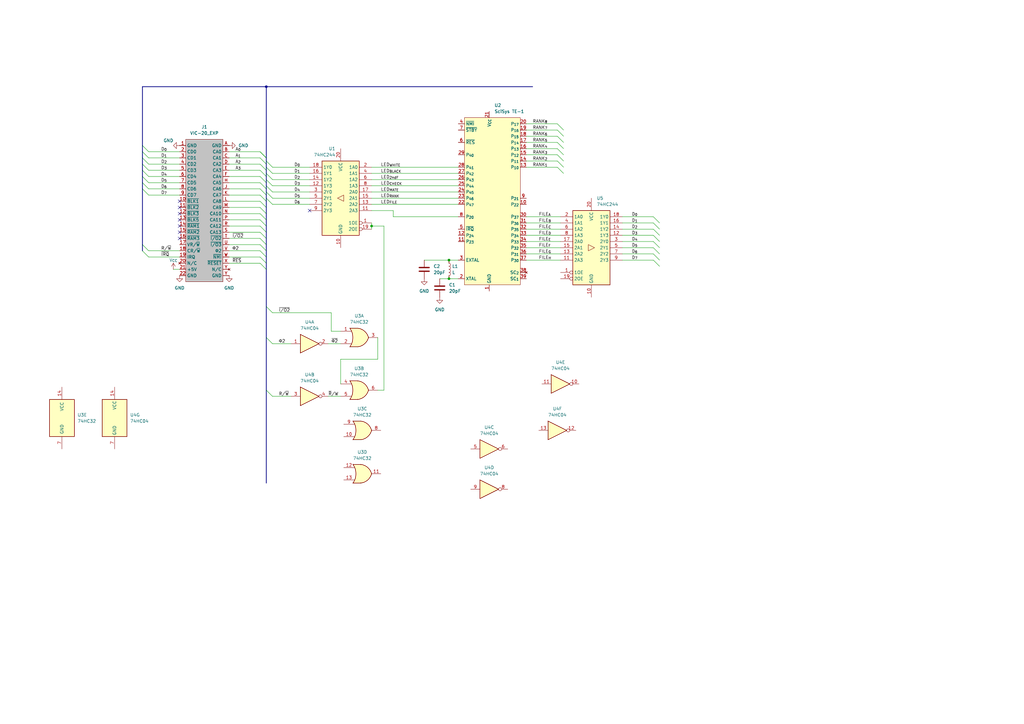
<source format=kicad_sch>
(kicad_sch (version 20250114) (generator "eeschema") (generator_version "9.0")
  (paper "A3")
  (title_block (title "Chess Processing Unit for VIC-20") (date "10/JAN/2026") (rev "WIP") (company "Brett Hallen"))
  (lib_symbols
    (symbol "74xx:74HC04"
      (property "Reference" "U" (at 0 1.27 0))
      (property "Value" "74HC04" (at 0 -1.27 0))
      (symbol "74HC04_1_0"
        (polyline (pts (xy -3.81 3.81) (xy -3.81 -3.81) (xy 3.81 0) (xy -3.81 3.81)) (stroke (width 0.254)) (fill (type background)))
        (pin input line (at -7.62 0 0) (length 3.81) (name "~") (number "1"))
        (pin output inverted (at 7.62 0 180) (length 3.81) (name "~") (number "2"))
      )
      (symbol "74HC04_2_0"
        (polyline (pts (xy -3.81 3.81) (xy -3.81 -3.81) (xy 3.81 0) (xy -3.81 3.81)) (stroke (width 0.254)) (fill (type background)))
        (pin input line (at -7.62 0 0) (length 3.81) (name "~") (number "3"))
        (pin output inverted (at 7.62 0 180) (length 3.81) (name "~") (number "4"))
      )
      (symbol "74HC04_3_0"
        (polyline (pts (xy -3.81 3.81) (xy -3.81 -3.81) (xy 3.81 0) (xy -3.81 3.81)) (stroke (width 0.254)) (fill (type background)))
        (pin input line (at -7.62 0 0) (length 3.81) (name "~") (number "5"))
        (pin output inverted (at 7.62 0 180) (length 3.81) (name "~") (number "6"))
      )
      (symbol "74HC04_4_0"
        (polyline (pts (xy -3.81 3.81) (xy -3.81 -3.81) (xy 3.81 0) (xy -3.81 3.81)) (stroke (width 0.254)) (fill (type background)))
        (pin input line (at -7.62 0 0) (length 3.81) (name "~") (number "9"))
        (pin output inverted (at 7.62 0 180) (length 3.81) (name "~") (number "8"))
      )
      (symbol "74HC04_5_0"
        (polyline (pts (xy -3.81 3.81) (xy -3.81 -3.81) (xy 3.81 0) (xy -3.81 3.81)) (stroke (width 0.254)) (fill (type background)))
        (pin input line (at -7.62 0 0) (length 3.81) (name "~") (number "11"))
        (pin output inverted (at 7.62 0 180) (length 3.81) (name "~") (number "10"))
      )
      (symbol "74HC04_6_0"
        (polyline (pts (xy -3.81 3.81) (xy -3.81 -3.81) (xy 3.81 0) (xy -3.81 3.81)) (stroke (width 0.254)) (fill (type background)))
        (pin input line (at -7.62 0 0) (length 3.81) (name "~") (number "13"))
        (pin output inverted (at 7.62 0 180) (length 3.81) (name "~") (number "12"))
      )
      (symbol "74HC04_7_0"
        (pin power_in line (at 0 12.7 270) (length 5.08) (name "VCC") (number "14"))
        (pin power_in line (at 0 -12.7 90) (length 5.08) (name "GND") (number "7"))
      )
      (symbol "74HC04_7_1"
        (rectangle (start -5.08 7.62) (end 5.08 -7.62) (stroke (width 0.254)) (fill (type background)))
      )
    )
    (symbol "74xx:74HC244"
      (property "Reference" "U" (at -7.62 16.51 0))
      (property "Value" "74HC244" (at -7.62 -16.51 0))
      (symbol "74HC244_1_0"
        (polyline (pts (xy 1.27 0) (xy -1.27 1.27) (xy -1.27 -1.27) (xy 1.27 0)) (stroke (width 0.1524)))
        (pin input line (at -12.7 12.7 0) (length 5.08) (name "1A0") (number "2"))
        (pin input line (at -12.7 10.16 0) (length 5.08) (name "1A1") (number "4"))
        (pin input line (at -12.7 7.62 0) (length 5.08) (name "1A2") (number "6"))
        (pin input line (at -12.7 5.08 0) (length 5.08) (name "1A3") (number "8"))
        (pin input line (at -12.7 2.54 0) (length 5.08) (name "2A0") (number "17"))
        (pin input line (at -12.7 0 0) (length 5.08) (name "2A1") (number "15"))
        (pin input line (at -12.7 -2.54 0) (length 5.08) (name "2A2") (number "13"))
        (pin input line (at -12.7 -5.08 0) (length 5.08) (name "2A3") (number "11"))
        (pin input inverted (at -12.7 -10.16 0) (length 5.08) (name "1OE") (number "1"))
        (pin input inverted (at -12.7 -12.7 0) (length 5.08) (name "2OE") (number "19"))
        (pin power_in line (at 0 20.32 270) (length 5.08) (name "VCC") (number "20"))
        (pin power_in line (at 0 -20.32 90) (length 5.08) (name "GND") (number "10"))
        (pin tri_state line (at 12.7 12.7 180) (length 5.08) (name "1Y0") (number "18"))
        (pin tri_state line (at 12.7 10.16 180) (length 5.08) (name "1Y1") (number "16"))
        (pin tri_state line (at 12.7 7.62 180) (length 5.08) (name "1Y2") (number "14"))
        (pin tri_state line (at 12.7 5.08 180) (length 5.08) (name "1Y3") (number "12"))
        (pin tri_state line (at 12.7 2.54 180) (length 5.08) (name "2Y0") (number "3"))
        (pin tri_state line (at 12.7 0 180) (length 5.08) (name "2Y1") (number "5"))
        (pin tri_state line (at 12.7 -2.54 180) (length 5.08) (name "2Y2") (number "7"))
        (pin tri_state line (at 12.7 -5.08 180) (length 5.08) (name "2Y3") (number "9"))
      )
      (symbol "74HC244_1_1"
        (rectangle (start -7.62 15.24) (end 7.62 -15.24) (stroke (width 0.254)) (fill (type background)))
      )
    )
    (symbol "74xx:74LS32" (pin_names (offset 1.016))
      (property "Reference" "U" (at 0 1.27 0))
      (property "Value" "74LS32" (at 0 -1.27 0))
      (symbol "74LS32_1_1"
        (arc (start -3.81 3.81) (mid -2.589 0) (end -3.81 -3.81) (stroke (width 0.254)))
        (polyline (pts (xy -3.81 3.81) (xy -0.635 3.81)) (stroke (width 0.254)) (fill (type background)))
        (polyline (pts (xy -3.81 -3.81) (xy -0.635 -3.81)) (stroke (width 0.254)) (fill (type background)))
        (arc (start 3.81 0) (mid 2.1855 -2.584) (end -0.6096 -3.81) (stroke (width 0.254)) (fill (type background)))
        (arc (start -0.6096 3.81) (mid 2.1928 2.5924) (end 3.81 0) (stroke (width 0.254)) (fill (type background)))
        (polyline (pts (xy -0.635 3.81) (xy -3.81 3.81) (xy -3.81 3.81) (xy -3.556 3.4036) (xy -3.0226 2.2606) (xy -2.6924 1.0414) (xy -2.6162 -0.254) (xy -2.7686 -1.4986) (xy -3.175 -2.7178) (xy -3.81 -3.81) (xy -3.81 -3.81) (xy -0.635 -3.81)) (stroke (width -25.4)) (fill (type background)))
        (pin input line (at -7.62 2.54 0) (length 4.318) (name "~") (number "1"))
        (pin input line (at -7.62 -2.54 0) (length 4.318) (name "~") (number "2"))
        (pin output line (at 7.62 0 180) (length 3.81) (name "~") (number "3"))
      )
      (symbol "74LS32_1_2"
        (arc (start 0 3.81) (mid 3.7934 0) (end 0 -3.81) (stroke (width 0.254)) (fill (type background)))
        (polyline (pts (xy 0 3.81) (xy -3.81 3.81) (xy -3.81 -3.81) (xy 0 -3.81)) (stroke (width 0.254)) (fill (type background)))
        (pin input inverted (at -7.62 2.54 0) (length 3.81) (name "~") (number "1"))
        (pin input inverted (at -7.62 -2.54 0) (length 3.81) (name "~") (number "2"))
        (pin output inverted (at 7.62 0 180) (length 3.81) (name "~") (number "3"))
      )
      (symbol "74LS32_2_1"
        (arc (start -3.81 3.81) (mid -2.589 0) (end -3.81 -3.81) (stroke (width 0.254)))
        (polyline (pts (xy -3.81 3.81) (xy -0.635 3.81)) (stroke (width 0.254)) (fill (type background)))
        (polyline (pts (xy -3.81 -3.81) (xy -0.635 -3.81)) (stroke (width 0.254)) (fill (type background)))
        (arc (start 3.81 0) (mid 2.1855 -2.584) (end -0.6096 -3.81) (stroke (width 0.254)) (fill (type background)))
        (arc (start -0.6096 3.81) (mid 2.1928 2.5924) (end 3.81 0) (stroke (width 0.254)) (fill (type background)))
        (polyline (pts (xy -0.635 3.81) (xy -3.81 3.81) (xy -3.81 3.81) (xy -3.556 3.4036) (xy -3.0226 2.2606) (xy -2.6924 1.0414) (xy -2.6162 -0.254) (xy -2.7686 -1.4986) (xy -3.175 -2.7178) (xy -3.81 -3.81) (xy -3.81 -3.81) (xy -0.635 -3.81)) (stroke (width -25.4)) (fill (type background)))
        (pin input line (at -7.62 2.54 0) (length 4.318) (name "~") (number "4"))
        (pin input line (at -7.62 -2.54 0) (length 4.318) (name "~") (number "5"))
        (pin output line (at 7.62 0 180) (length 3.81) (name "~") (number "6"))
      )
      (symbol "74LS32_2_2"
        (arc (start 0 3.81) (mid 3.7934 0) (end 0 -3.81) (stroke (width 0.254)) (fill (type background)))
        (polyline (pts (xy 0 3.81) (xy -3.81 3.81) (xy -3.81 -3.81) (xy 0 -3.81)) (stroke (width 0.254)) (fill (type background)))
        (pin input inverted (at -7.62 2.54 0) (length 3.81) (name "~") (number "4"))
        (pin input inverted (at -7.62 -2.54 0) (length 3.81) (name "~") (number "5"))
        (pin output inverted (at 7.62 0 180) (length 3.81) (name "~") (number "6"))
      )
      (symbol "74LS32_3_1"
        (arc (start -3.81 3.81) (mid -2.589 0) (end -3.81 -3.81) (stroke (width 0.254)))
        (polyline (pts (xy -3.81 3.81) (xy -0.635 3.81)) (stroke (width 0.254)) (fill (type background)))
        (polyline (pts (xy -3.81 -3.81) (xy -0.635 -3.81)) (stroke (width 0.254)) (fill (type background)))
        (arc (start 3.81 0) (mid 2.1855 -2.584) (end -0.6096 -3.81) (stroke (width 0.254)) (fill (type background)))
        (arc (start -0.6096 3.81) (mid 2.1928 2.5924) (end 3.81 0) (stroke (width 0.254)) (fill (type background)))
        (polyline (pts (xy -0.635 3.81) (xy -3.81 3.81) (xy -3.81 3.81) (xy -3.556 3.4036) (xy -3.0226 2.2606) (xy -2.6924 1.0414) (xy -2.6162 -0.254) (xy -2.7686 -1.4986) (xy -3.175 -2.7178) (xy -3.81 -3.81) (xy -3.81 -3.81) (xy -0.635 -3.81)) (stroke (width -25.4)) (fill (type background)))
        (pin input line (at -7.62 2.54 0) (length 4.318) (name "~") (number "9"))
        (pin input line (at -7.62 -2.54 0) (length 4.318) (name "~") (number "10"))
        (pin output line (at 7.62 0 180) (length 3.81) (name "~") (number "8"))
      )
      (symbol "74LS32_3_2"
        (arc (start 0 3.81) (mid 3.7934 0) (end 0 -3.81) (stroke (width 0.254)) (fill (type background)))
        (polyline (pts (xy 0 3.81) (xy -3.81 3.81) (xy -3.81 -3.81) (xy 0 -3.81)) (stroke (width 0.254)) (fill (type background)))
        (pin input inverted (at -7.62 2.54 0) (length 3.81) (name "~") (number "9"))
        (pin input inverted (at -7.62 -2.54 0) (length 3.81) (name "~") (number "10"))
        (pin output inverted (at 7.62 0 180) (length 3.81) (name "~") (number "8"))
      )
      (symbol "74LS32_4_1"
        (arc (start -3.81 3.81) (mid -2.589 0) (end -3.81 -3.81) (stroke (width 0.254)))
        (polyline (pts (xy -3.81 3.81) (xy -0.635 3.81)) (stroke (width 0.254)) (fill (type background)))
        (polyline (pts (xy -3.81 -3.81) (xy -0.635 -3.81)) (stroke (width 0.254)) (fill (type background)))
        (arc (start 3.81 0) (mid 2.1855 -2.584) (end -0.6096 -3.81) (stroke (width 0.254)) (fill (type background)))
        (arc (start -0.6096 3.81) (mid 2.1928 2.5924) (end 3.81 0) (stroke (width 0.254)) (fill (type background)))
        (polyline (pts (xy -0.635 3.81) (xy -3.81 3.81) (xy -3.81 3.81) (xy -3.556 3.4036) (xy -3.0226 2.2606) (xy -2.6924 1.0414) (xy -2.6162 -0.254) (xy -2.7686 -1.4986) (xy -3.175 -2.7178) (xy -3.81 -3.81) (xy -3.81 -3.81) (xy -0.635 -3.81)) (stroke (width -25.4)) (fill (type background)))
        (pin input line (at -7.62 2.54 0) (length 4.318) (name "~") (number "12"))
        (pin input line (at -7.62 -2.54 0) (length 4.318) (name "~") (number "13"))
        (pin output line (at 7.62 0 180) (length 3.81) (name "~") (number "11"))
      )
      (symbol "74LS32_4_2"
        (arc (start 0 3.81) (mid 3.7934 0) (end 0 -3.81) (stroke (width 0.254)) (fill (type background)))
        (polyline (pts (xy 0 3.81) (xy -3.81 3.81) (xy -3.81 -3.81) (xy 0 -3.81)) (stroke (width 0.254)) (fill (type background)))
        (pin input inverted (at -7.62 2.54 0) (length 3.81) (name "~") (number "12"))
        (pin input inverted (at -7.62 -2.54 0) (length 3.81) (name "~") (number "13"))
        (pin output inverted (at 7.62 0 180) (length 3.81) (name "~") (number "11"))
      )
      (symbol "74LS32_5_0"
        (pin power_in line (at 0 12.7 270) (length 5.08) (name "VCC") (number "14"))
        (pin power_in line (at 0 -12.7 90) (length 5.08) (name "GND") (number "7"))
      )
      (symbol "74LS32_5_1"
        (rectangle (start -5.08 7.62) (end 5.08 -7.62) (stroke (width 0.254)) (fill (type background)))
      )
    )
    (symbol "Clueless_Engineer:SciSys TE-1"
      (property "Reference" "U2" (at 2.1433 0 0))
      (property "Value" "SciSys TE-1" (at 2.1433 -2.54 0))
      (symbol "SciSys TE-1_1_1"
        (text_box "" (at -10.16 -5.08 0) (size 22.86 -68.58) (margins 1.016 1.016 1.016 1.016) (fill (type color) (color 255 255 194 1)) (effects (font (size 1.27 1.27)) (justify left top)))
        (pin input line (at -12.7 -7.62 0) (length 2.54) (name "~{NMI}") (number "4"))
        (pin input line (at -12.7 -10.16 0) (length 2.54) (name "~{STBY}") (number "7"))
        (pin input line (at -12.7 -15.24 0) (length 2.54) (name "~{RES}") (number "6"))
        (pin output line (at -12.7 -20.32 0) (length 2.54) (name "P_{40}") (number "29"))
        (pin output line (at -12.7 -25.4 0) (length 2.54) (name "P_{41}") (number "28"))
        (pin output line (at -12.7 -27.94 0) (length 2.54) (name "P_{42}") (number "27"))
        (pin output line (at -12.7 -30.48 0) (length 2.54) (name "P_{43}") (number "26"))
        (pin output line (at -12.7 -33.02 0) (length 2.54) (name "P_{44}") (number "25"))
        (pin output line (at -12.7 -35.56 0) (length 2.54) (name "P_{45}") (number "24"))
        (pin output line (at -12.7 -38.1 0) (length 2.54) (name "P_{46}") (number "23"))
        (pin output line (at -12.7 -40.64 0) (length 2.54) (name "P_{47}") (number "22"))
        (pin input line (at -12.7 -45.72 0) (length 2.54) (name "P_{20}") (number "8"))
        (pin input line (at -12.7 -50.8 0) (length 2.54) (name "~{IRQ}") (number "5"))
        (pin input line (at -12.7 -53.34 0) (length 2.54) (name "P_{24}") (number "12"))
        (pin input line (at -12.7 -55.88 0) (length 2.54) (name "P_{23}") (number "11"))
        (pin passive line (at -12.7 -63.5 0) (length 2.54) (name "EXTAL") (number "3"))
        (pin passive line (at -12.7 -71.12 0) (length 2.54) (name "XTAL") (number "2"))
        (pin power_in line (at 0 -2.54 270) (length 2.54) (name "V_{CC}") (number "21"))
        (pin power_in line (at 0 -76.2 90) (length 2.54) (name "GND") (number "1"))
        (pin input line (at 15.24 -7.62 180) (length 2.54) (name "P_{17}") (number "20"))
        (pin input line (at 15.24 -10.16 180) (length 2.54) (name "P_{16}") (number "19"))
        (pin input line (at 15.24 -12.7 180) (length 2.54) (name "P_{15}") (number "18"))
        (pin input line (at 15.24 -15.24 180) (length 2.54) (name "P_{14}") (number "17"))
        (pin input line (at 15.24 -17.78 180) (length 2.54) (name "P_{13}") (number "16"))
        (pin input line (at 15.24 -20.32 180) (length 2.54) (name "P_{12}") (number "15"))
        (pin input line (at 15.24 -22.86 180) (length 2.54) (name "P_{11}") (number "14"))
        (pin input line (at 15.24 -25.4 180) (length 2.54) (name "P_{10}") (number "13"))
        (pin input line (at 15.24 -38.1 180) (length 2.54) (name "P_{21}") (number "9"))
        (pin input line (at 15.24 -40.64 180) (length 2.54) (name "P_{22}") (number "10"))
        (pin output line (at 15.24 -45.72 180) (length 2.54) (name "P_{37}") (number "30"))
        (pin output line (at 15.24 -48.26 180) (length 2.54) (name "P_{36}") (number "31"))
        (pin output line (at 15.24 -50.8 180) (length 2.54) (name "P_{35}") (number "32"))
        (pin output line (at 15.24 -53.34 180) (length 2.54) (name "P_{34}") (number "33"))
        (pin output line (at 15.24 -55.88 180) (length 2.54) (name "P_{33}") (number "34"))
        (pin output line (at 15.24 -58.42 180) (length 2.54) (name "P_{32}") (number "35"))
        (pin output line (at 15.24 -60.96 180) (length 2.54) (name "P_{31}") (number "36"))
        (pin output line (at 15.24 -63.5 180) (length 2.54) (name "P_{30}") (number "37"))
        (pin no_connect line (at 15.24 -68.58 180) (length 2.54) (name "SC_{2}") (number "38"))
        (pin input line (at 15.24 -71.12 180) (length 2.54) (name "SC_{1}") (number "39"))
      )
    )
    (symbol "Clueless_Engineer:VIC-20_EXP"
      (property "Reference" "J" (at -1.778 16.764 0))
      (property "Value" "VIC-20_EXP" (at -0.254 -45.466 0))
      (symbol "VIC-20_EXP_1_1"
        (rectangle (start -7.62 15.24) (end 7.62 -43.18) (fill (type color) (color 194 194 194 1)))
        (pin power_out line (at -10.16 12.7 0) (length 2.54) (name "GND") (number "1"))
        (pin bidirectional line (at -10.16 10.16 0) (length 2.54) (name "CD0") (number "2"))
        (pin bidirectional line (at -10.16 7.62 0) (length 2.54) (name "CD1") (number "3"))
        (pin bidirectional line (at -10.16 5.08 0) (length 2.54) (name "CD2") (number "4"))
        (pin bidirectional line (at -10.16 2.54 0) (length 2.54) (name "CD3") (number "5"))
        (pin bidirectional line (at -10.16 0 0) (length 2.54) (name "CD4") (number "6"))
        (pin bidirectional line (at -10.16 -2.54 0) (length 2.54) (name "CD5") (number "7"))
        (pin bidirectional line (at -10.16 -5.08 0) (length 2.54) (name "CD6") (number "8"))
        (pin bidirectional line (at -10.16 -7.62 0) (length 2.54) (name "CD7") (number "9"))
        (pin bidirectional line (at -10.16 -10.16 0) (length 2.54) (name "~{BLK1}") (number "10"))
        (pin bidirectional line (at -10.16 -12.7 0) (length 2.54) (name "~{BLK2}") (number "11"))
        (pin bidirectional line (at -10.16 -15.24 0) (length 2.54) (name "~{BLK3}") (number "12"))
        (pin bidirectional line (at -10.16 -17.78 0) (length 2.54) (name "~{BLK5}") (number "13"))
        (pin bidirectional line (at -10.16 -20.32 0) (length 2.54) (name "~{RAM1}") (number "14"))
        (pin bidirectional line (at -10.16 -22.86 0) (length 2.54) (name "~{RAM2}") (number "15"))
        (pin bidirectional line (at -10.16 -25.4 0) (length 2.54) (name "~{RAM3}") (number "16"))
        (pin bidirectional line (at -10.16 -27.94 0) (length 2.54) (name "VR/~{W}") (number "17"))
        (pin bidirectional line (at -10.16 -30.48 0) (length 2.54) (name "CR/~{W}") (number "18"))
        (pin bidirectional line (at -10.16 -33.02 0) (length 2.54) (name "IRQ") (number "19"))
        (pin no_connect line (at -10.16 -35.56 0) (length 2.54) (name "N/C") (number "20"))
        (pin power_out line (at -10.16 -38.1 0) (length 2.54) (name "+5V") (number "21"))
        (pin power_out line (at -10.16 -40.64 0) (length 2.54) (name "GND") (number "22"))
        (pin power_out line (at 10.16 12.7 180) (length 2.54) (name "GND") (number "A"))
        (pin bidirectional line (at 10.16 10.16 180) (length 2.54) (name "CA0") (number "B"))
        (pin bidirectional line (at 10.16 7.62 180) (length 2.54) (name "CA1") (number "C"))
        (pin bidirectional line (at 10.16 5.08 180) (length 2.54) (name "CA2") (number "D"))
        (pin bidirectional line (at 10.16 2.54 180) (length 2.54) (name "CA3") (number "E"))
        (pin bidirectional line (at 10.16 0 180) (length 2.54) (name "CA4") (number "F"))
        (pin bidirectional line (at 10.16 -2.54 180) (length 2.54) (name "CA5") (number "H"))
        (pin bidirectional line (at 10.16 -5.08 180) (length 2.54) (name "CA6") (number "J"))
        (pin bidirectional line (at 10.16 -7.62 180) (length 2.54) (name "CA7") (number "K"))
        (pin bidirectional line (at 10.16 -10.16 180) (length 2.54) (name "CA8") (number "L"))
        (pin bidirectional line (at 10.16 -12.7 180) (length 2.54) (name "CA9") (number "M"))
        (pin bidirectional line (at 10.16 -15.24 180) (length 2.54) (name "CA10") (number "N"))
        (pin bidirectional line (at 10.16 -17.78 180) (length 2.54) (name "CA11") (number "P"))
        (pin bidirectional line (at 10.16 -20.32 180) (length 2.54) (name "CA12") (number "R"))
        (pin bidirectional line (at 10.16 -22.86 180) (length 2.54) (name "CA13") (number "S"))
        (pin bidirectional line (at 10.16 -25.4 180) (length 2.54) (name "~{I/O2}") (number "T"))
        (pin bidirectional line (at 10.16 -27.94 180) (length 2.54) (name "~{I/O3}") (number "U"))
        (pin bidirectional line (at 10.16 -30.48 180) (length 2.54) (name "Φ2") (number "V"))
        (pin bidirectional line (at 10.16 -33.02 180) (length 2.54) (name "~{NMI}") (number "W"))
        (pin bidirectional line (at 10.16 -35.56 180) (length 2.54) (name "~{RESET}") (number "X"))
        (pin no_connect line (at 10.16 -38.1 180) (length 2.54) (name "N/C") (number "Y"))
        (pin power_out line (at 10.16 -40.64 180) (length 2.54) (name "GND") (number "Y"))
      )
    )
    (symbol "Device:C" (pin_numbers (hide yes)) (pin_names (offset 0.254))
      (property "Reference" "C" (at 0.635 2.54 0))
      (property "Value" "C" (at 0.635 -2.54 0))
      (symbol "C_0_1"
        (polyline (pts (xy -2.032 0.762) (xy 2.032 0.762)) (stroke (width 0.508)))
        (polyline (pts (xy -2.032 -0.762) (xy 2.032 -0.762)) (stroke (width 0.508)))
      )
      (symbol "C_1_1"
        (pin passive line (at 0 3.81 270) (length 2.794) (name "~") (number "1"))
        (pin passive line (at 0 -3.81 90) (length 2.794) (name "~") (number "2"))
      )
    )
    (symbol "Device:L" (pin_numbers (hide yes)) (pin_names (offset 1.016) (hide yes))
      (property "Reference" "L" (at -1.27 0 90))
      (property "Value" "L" (at 1.905 0 90))
      (symbol "L_0_1"
        (arc (start 0 2.54) (mid 0.6323 1.905) (end 0 1.27))
        (arc (start 0 1.27) (mid 0.6323 0.635) (end 0 0))
        (arc (start 0 0) (mid 0.6323 -0.635) (end 0 -1.27))
        (arc (start 0 -1.27) (mid 0.6323 -1.905) (end 0 -2.54))
      )
      (symbol "L_1_1"
        (pin passive line (at 0 3.81 270) (length 1.27) (name "1") (number "1"))
        (pin passive line (at 0 -3.81 90) (length 1.27) (name "2") (number "2"))
      )
    )
    (symbol "power:GND" (power) (pin_numbers (hide yes)) (pin_names (offset 0) (hide yes))
      (property "Value" "GND" (at 0 -3.81 0))
      (symbol "GND_0_1"
        (polyline (pts (xy 0 0) (xy 0 -1.27) (xy 1.27 -1.27) (xy 0 -2.54) (xy -1.27 -1.27) (xy 0 -1.27)))
      )
      (symbol "GND_1_1"
        (pin power_in line (at 0 0 270) (length 0) (name "~") (number "1"))
      )
    )
    (symbol "power:VCC" (power) (pin_numbers (hide yes)) (pin_names (offset 0) (hide yes))
      (property "Value" "VCC" (at 0 3.556 0))
      (symbol "VCC_0_1"
        (polyline (pts (xy -0.762 1.27) (xy 0 2.54)))
        (polyline (pts (xy 0 2.54) (xy 0.762 1.27)))
        (polyline (pts (xy 0 0) (xy 0 2.54)))
      )
      (symbol "VCC_1_1"
        (pin power_in line (at 0 0 90) (length 0) (name "~") (number "1"))
      )
    )
  )
  (junction (at 109.22 35.56))
  (junction (at 184.15 106.68))
  (junction (at 184.15 114.3))
  (junction (at 152.4 92.71))
  (no_connect (at 73.66 97.79))
  (no_connect (at 73.66 92.71))
  (no_connect (at 73.66 85.09))
  (no_connect (at 73.66 95.25))
  (no_connect (at 73.66 82.55))
  (no_connect (at 73.66 90.17))
  (no_connect (at 127 86.36))
  (no_connect (at 73.66 87.63))
  (bus_entry (at 228.6 66.04) (size 2.54 2.54))
  (bus_entry (at 106.68 107.95) (size 2.54 2.54))
  (bus_entry (at 58.42 59.69) (size 2.54 2.54))
  (bus_entry (at 106.68 69.85) (size 2.54 2.54))
  (bus_entry (at 58.42 102.87) (size 2.54 2.54))
  (bus_entry (at 106.68 105.41) (size 2.54 2.54))
  (bus_entry (at 58.42 72.39) (size 2.54 2.54))
  (bus_entry (at 58.42 74.93) (size 2.54 2.54))
  (bus_entry (at 58.42 77.47) (size 2.54 2.54))
  (bus_entry (at 109.22 73.66) (size 2.54 2.54))
  (bus_entry (at 228.6 68.58) (size 2.54 2.54))
  (bus_entry (at 109.22 81.28) (size 2.54 2.54))
  (bus_entry (at 106.68 95.25) (size 2.54 2.54))
  (bus_entry (at 106.68 102.87) (size 2.54 2.54))
  (bus_entry (at 109.22 125.73) (size 2.54 2.54))
  (bus_entry (at 106.68 64.77) (size 2.54 2.54))
  (bus_entry (at 228.6 50.8) (size 2.54 2.54))
  (bus_entry (at 267.97 91.44) (size 2.54 2.54))
  (bus_entry (at 106.68 97.79) (size 2.54 2.54))
  (bus_entry (at 58.42 64.77) (size 2.54 2.54))
  (bus_entry (at 106.68 62.23) (size 2.54 2.54))
  (bus_entry (at 106.68 77.47) (size 2.54 2.54))
  (bus_entry (at 106.68 85.09) (size 2.54 2.54))
  (bus_entry (at 106.68 62.23) (size 2.54 2.54))
  (bus_entry (at 109.22 71.12) (size 2.54 2.54))
  (bus_entry (at 109.22 160.02) (size 2.54 2.54))
  (bus_entry (at 109.22 138.43) (size 2.54 2.54))
  (bus_entry (at 228.6 58.42) (size 2.54 2.54))
  (bus_entry (at 267.97 99.06) (size 2.54 2.54))
  (bus_entry (at 228.6 53.34) (size 2.54 2.54))
  (bus_entry (at 58.42 100.33) (size 2.54 2.54))
  (bus_entry (at 106.68 80.01) (size 2.54 2.54))
  (bus_entry (at 106.68 67.31) (size 2.54 2.54))
  (bus_entry (at 267.97 106.68) (size 2.54 2.54))
  (bus_entry (at 267.97 101.6) (size 2.54 2.54))
  (bus_entry (at 109.22 68.58) (size 2.54 2.54))
  (bus_entry (at 109.22 78.74) (size 2.54 2.54))
  (bus_entry (at 106.68 92.71) (size 2.54 2.54))
  (bus_entry (at 267.97 104.14) (size 2.54 2.54))
  (bus_entry (at 106.68 72.39) (size 2.54 2.54))
  (bus_entry (at 106.68 82.55) (size 2.54 2.54))
  (bus_entry (at 106.68 87.63) (size 2.54 2.54))
  (bus_entry (at 267.97 93.98) (size 2.54 2.54))
  (bus_entry (at 109.22 66.04) (size 2.54 2.54))
  (bus_entry (at 228.6 60.96) (size 2.54 2.54))
  (bus_entry (at 58.42 69.85) (size 2.54 2.54))
  (bus_entry (at 58.42 67.31) (size 2.54 2.54))
  (bus_entry (at 106.68 90.17) (size 2.54 2.54))
  (bus_entry (at 267.97 88.9) (size 2.54 2.54))
  (bus_entry (at 228.6 55.88) (size 2.54 2.54))
  (bus_entry (at 58.42 62.23) (size 2.54 2.54))
  (bus_entry (at 228.6 63.5) (size 2.54 2.54))
  (bus_entry (at 267.97 96.52) (size 2.54 2.54))
  (bus_entry (at 109.22 76.2) (size 2.54 2.54))
  (bus_entry (at 106.68 74.93) (size 2.54 2.54))
  (bus_entry (at 106.68 100.33) (size 2.54 2.54))
  (bus (pts (xy 109.22 95.25) (xy 109.22 97.79)))
  (bus (pts (xy 109.22 68.58) (xy 109.22 69.85)))
  (bus (pts (xy 109.22 125.73) (xy 109.22 138.43)))
  (wire (pts (xy 60.96 67.31) (xy 73.66 67.31)))
  (bus (pts (xy 109.22 97.79) (xy 109.22 100.33)))
  (wire (pts (xy 255.27 93.98) (xy 267.97 93.98)))
  (wire (pts (xy 215.9 93.98) (xy 229.87 93.98)))
  (bus (pts (xy 109.22 35.56) (xy 109.22 64.77)))
  (bus (pts (xy 109.22 77.47) (xy 109.22 78.74)))
  (bus (pts (xy 109.22 102.87) (xy 109.22 105.41)))
  (wire (pts (xy 111.76 76.2) (xy 127 76.2)))
  (wire (pts (xy 215.9 66.04) (xy 228.6 66.04)))
  (bus (pts (xy 109.22 138.43) (xy 109.22 160.02)))
  (wire (pts (xy 180.34 114.3) (xy 184.15 114.3)))
  (bus (pts (xy 109.22 71.12) (xy 109.22 72.39)))
  (wire (pts (xy 215.9 99.06) (xy 229.87 99.06)))
  (wire (pts (xy 60.96 102.87) (xy 73.66 102.87)))
  (wire (pts (xy 111.76 81.28) (xy 127 81.28)))
  (bus (pts (xy 109.22 107.95) (xy 109.22 110.49)))
  (bus (pts (xy 58.42 67.31) (xy 58.42 64.77)))
  (wire (pts (xy 161.29 88.9) (xy 161.29 86.36)))
  (wire (pts (xy 60.96 80.01) (xy 73.66 80.01)))
  (wire (pts (xy 93.98 100.33) (xy 106.68 100.33)))
  (wire (pts (xy 93.98 69.85) (xy 106.68 69.85)))
  (wire (pts (xy 93.98 64.77) (xy 106.68 64.77)))
  (wire (pts (xy 93.98 87.63) (xy 106.68 87.63)))
  (bus (pts (xy 58.42 74.93) (xy 58.42 72.39)))
  (wire (pts (xy 215.9 88.9) (xy 229.87 88.9)))
  (bus (pts (xy 109.22 82.55) (xy 109.22 85.09)))
  (bus (pts (xy 109.22 110.49) (xy 109.22 125.73)))
  (wire (pts (xy 255.27 99.06) (xy 267.97 99.06)))
  (bus (pts (xy 58.42 69.85) (xy 58.42 67.31)))
  (wire (pts (xy 215.9 53.34) (xy 228.6 53.34)))
  (bus (pts (xy 58.42 72.39) (xy 58.42 69.85)))
  (bus (pts (xy 109.22 80.01) (xy 109.22 81.28)))
  (bus (pts (xy 58.42 100.33) (xy 58.42 102.87)))
  (wire (pts (xy 255.27 106.68) (xy 267.97 106.68)))
  (wire (pts (xy 255.27 104.14) (xy 267.97 104.14)))
  (bus (pts (xy 109.22 72.39) (xy 109.22 73.66)))
  (bus (pts (xy 58.42 64.77) (xy 58.42 62.23)))
  (wire (pts (xy 154.94 160.02) (xy 157.48 160.02)))
  (wire (pts (xy 93.98 90.17) (xy 106.68 90.17)))
  (bus (pts (xy 58.42 35.56) (xy 58.42 59.69)))
  (wire (pts (xy 60.96 69.85) (xy 73.66 69.85)))
  (bus (pts (xy 109.22 78.74) (xy 109.22 80.01)))
  (wire (pts (xy 154.94 147.32) (xy 154.94 138.43)))
  (wire (pts (xy 135.89 135.89) (xy 139.7 135.89)))
  (wire (pts (xy 215.9 58.42) (xy 228.6 58.42)))
  (wire (pts (xy 152.4 91.44) (xy 152.4 92.71)))
  (wire (pts (xy 60.96 64.77) (xy 73.66 64.77)))
  (wire (pts (xy 255.27 88.9) (xy 267.97 88.9)))
  (wire (pts (xy 139.7 140.97) (xy 134.62 140.97)))
  (wire (pts (xy 93.98 72.39) (xy 106.68 72.39)))
  (wire (pts (xy 111.76 78.74) (xy 127 78.74)))
  (wire (pts (xy 71.12 110.49) (xy 73.66 110.49)))
  (bus (pts (xy 58.42 62.23) (xy 58.42 59.69)))
  (wire (pts (xy 111.76 162.56) (xy 119.38 162.56)))
  (bus (pts (xy 109.22 100.33) (xy 109.22 102.87)))
  (wire (pts (xy 93.98 102.87) (xy 106.68 102.87)))
  (wire (pts (xy 184.15 106.68) (xy 187.96 106.68)))
  (wire (pts (xy 255.27 101.6) (xy 267.97 101.6)))
  (bus (pts (xy 109.22 66.04) (xy 109.22 67.31)))
  (wire (pts (xy 152.4 68.58) (xy 187.96 68.58)))
  (wire (pts (xy 152.4 76.2) (xy 187.96 76.2)))
  (wire (pts (xy 152.4 73.66) (xy 187.96 73.66)))
  (wire (pts (xy 111.76 83.82) (xy 127 83.82)))
  (wire (pts (xy 139.7 147.32) (xy 154.94 147.32)))
  (wire (pts (xy 93.98 62.23) (xy 106.68 62.23)))
  (wire (pts (xy 111.76 140.97) (xy 119.38 140.97)))
  (bus (pts (xy 109.22 81.28) (xy 109.22 82.55)))
  (wire (pts (xy 60.96 77.47) (xy 73.66 77.47)))
  (wire (pts (xy 215.9 104.14) (xy 229.87 104.14)))
  (wire (pts (xy 215.9 96.52) (xy 229.87 96.52)))
  (wire (pts (xy 111.76 128.27) (xy 135.89 128.27)))
  (wire (pts (xy 215.9 63.5) (xy 228.6 63.5)))
  (wire (pts (xy 93.98 74.93) (xy 106.68 74.93)))
  (wire (pts (xy 215.9 55.88) (xy 228.6 55.88)))
  (bus (pts (xy 58.42 35.56) (xy 109.22 35.56)))
  (bus (pts (xy 109.22 105.41) (xy 109.22 107.95)))
  (wire (pts (xy 215.9 50.8) (xy 228.6 50.8)))
  (wire (pts (xy 60.96 105.41) (xy 73.66 105.41)))
  (wire (pts (xy 93.98 67.31) (xy 106.68 67.31)))
  (wire (pts (xy 157.48 92.71) (xy 152.4 92.71)))
  (wire (pts (xy 161.29 86.36) (xy 152.4 86.36)))
  (wire (pts (xy 215.9 68.58) (xy 228.6 68.58)))
  (wire (pts (xy 93.98 77.47) (xy 106.68 77.47)))
  (wire (pts (xy 93.98 107.95) (xy 106.68 107.95)))
  (bus (pts (xy 109.22 67.31) (xy 109.22 68.58)))
  (bus (pts (xy 58.42 77.47) (xy 58.42 74.93)))
  (wire (pts (xy 93.98 92.71) (xy 106.68 92.71)))
  (wire (pts (xy 215.9 91.44) (xy 229.87 91.44)))
  (wire (pts (xy 93.98 82.55) (xy 106.68 82.55)))
  (bus (pts (xy 109.22 73.66) (xy 109.22 74.93)))
  (bus (pts (xy 109.22 64.77) (xy 109.22 66.04)))
  (wire (pts (xy 139.7 162.56) (xy 134.62 162.56)))
  (bus (pts (xy 109.22 76.2) (xy 109.22 77.47)))
  (wire (pts (xy 152.4 83.82) (xy 187.96 83.82)))
  (bus (pts (xy 58.42 77.47) (xy 58.42 100.33)))
  (wire (pts (xy 111.76 68.58) (xy 127 68.58)))
  (wire (pts (xy 111.76 71.12) (xy 127 71.12)))
  (wire (pts (xy 93.98 97.79) (xy 106.68 97.79)))
  (wire (pts (xy 60.96 62.23) (xy 73.66 62.23)))
  (wire (pts (xy 111.76 73.66) (xy 127 73.66)))
  (wire (pts (xy 184.15 114.3) (xy 187.96 114.3)))
  (wire (pts (xy 139.7 157.48) (xy 139.7 147.32)))
  (wire (pts (xy 93.98 95.25) (xy 106.68 95.25)))
  (wire (pts (xy 173.99 106.68) (xy 184.15 106.68)))
  (wire (pts (xy 255.27 96.52) (xy 267.97 96.52)))
  (bus (pts (xy 109.22 160.02) (xy 109.22 198.12)))
  (bus (pts (xy 109.22 92.71) (xy 109.22 95.25)))
  (bus (pts (xy 109.22 69.85) (xy 109.22 71.12)))
  (bus (pts (xy 109.22 90.17) (xy 109.22 92.71)))
  (wire (pts (xy 60.96 74.93) (xy 73.66 74.93)))
  (bus (pts (xy 109.22 74.93) (xy 109.22 76.2)))
  (bus (pts (xy 109.22 85.09) (xy 109.22 87.63)))
  (wire (pts (xy 152.4 81.28) (xy 187.96 81.28)))
  (wire (pts (xy 215.9 101.6) (xy 229.87 101.6)))
  (bus (pts (xy 109.22 35.56) (xy 218.44 35.56)))
  (wire (pts (xy 93.98 85.09) (xy 106.68 85.09)))
  (wire (pts (xy 93.98 105.41) (xy 106.68 105.41)))
  (wire (pts (xy 215.9 60.96) (xy 228.6 60.96)))
  (wire (pts (xy 152.4 78.74) (xy 187.96 78.74)))
  (wire (pts (xy 187.96 88.9) (xy 161.29 88.9)))
  (bus (pts (xy 109.22 87.63) (xy 109.22 90.17)))
  (wire (pts (xy 152.4 92.71) (xy 152.4 93.98)))
  (wire (pts (xy 157.48 160.02) (xy 157.48 92.71)))
  (wire (pts (xy 255.27 91.44) (xy 267.97 91.44)))
  (wire (pts (xy 152.4 71.12) (xy 187.96 71.12)))
  (wire (pts (xy 135.89 128.27) (xy 135.89 135.89)))
  (wire (pts (xy 215.9 106.68) (xy 229.87 106.68)))
  (wire (pts (xy 60.96 72.39) (xy 73.66 72.39)))
  (wire (pts (xy 93.98 80.01) (xy 106.68 80.01)))
  (label "~{I{slash}O2}" (at 95.25 97.79 0))
  (label "RANK_{7}" (at 218.44 53.34 0))
  (label "A_{1}" (at 96.52 64.77 0))
  (label "FILE_{G}" (at 220.98 104.14 0))
  (label "FILE_{F}" (at 220.98 101.6 0))
  (label "FILE_{E}" (at 220.98 99.06 0))
  (label "FILE_{C}" (at 220.98 93.98 0))
  (label "FILE_{D}" (at 220.98 96.52 0))
  (label "FILE_{H}" (at 220.98 106.68 0))
  (label "D_{2}" (at 120.65 73.66 0))
  (label "Φ2" (at 114.3 140.97 0))
  (label "~{IRQ}" (at 66.04 105.41 0))
  (label "RANK_{1}" (at 218.44 68.58 0))
  (label "D_{4}" (at 66.04 72.39 0))
  (label "D_{1}" (at 66.04 64.77 0))
  (label "D_{1}" (at 259.08 91.44 0))
  (label "~{RES}" (at 95.25 107.95 0))
  (label "~{I{slash}O2}" (at 114.3 128.27 0))
  (label "FILE_{B}" (at 220.98 91.44 0))
  (label "~{R}{slash}W" (at 134.62 162.56 0))
  (label "D_{6}" (at 120.65 83.82 0))
  (label "D_{2}" (at 66.04 67.31 0))
  (label "D_{6}" (at 259.08 104.14 0))
  (label "D_{1}" (at 120.65 71.12 0))
  (label "FILE_{A}" (at 220.98 88.9 0))
  (label "RANK_{6}" (at 218.44 55.88 0))
  (label "A_{2}" (at 96.52 67.31 0))
  (label "D_{2}" (at 259.08 93.98 0))
  (label "A_{3}" (at 96.52 69.85 0))
  (label "R{slash}~{W}" (at 66.04 102.87 0))
  (label "D_{0}" (at 259.08 88.9 0))
  (label "D_{0}" (at 66.04 62.23 0))
  (label "D_{7}" (at 259.08 106.68 0))
  (label "D_{4}" (at 120.65 78.74 0))
  (label "RANK_{8}" (at 218.44 50.8 0))
  (label "D_{0}" (at 120.65 68.58 0))
  (label "D_{7}" (at 66.04 80.01 0))
  (label "RANK_{5}" (at 218.44 58.42 0))
  (label "RANK_{3}" (at 218.44 63.5 0))
  (label "D_{6}" (at 66.04 77.47 0))
  (label "D_{3}" (at 259.08 96.52 0))
  (label "Φ2" (at 95.25 102.87 0))
  (label "D_{5}" (at 259.08 101.6 0))
  (label "D_{4}" (at 259.08 99.06 0))
  (label "D_{3}" (at 120.65 76.2 0))
  (label "LED_{WHITE}" (at 156.21 68.58 0))
  (label "LED_{2ndF}" (at 156.21 73.66 0))
  (label "LED_{BLACK}" (at 156.21 71.12 0))
  (label "LED_{CHECK}" (at 156.21 76.2 0))
  (label "LED_{MATE}" (at 156.21 78.74 0))
  (label "LED_{FILE}" (at 156.21 83.82 0))
  (label "LED_{RANK}" (at 156.21 81.28 0))
  (label "D_{3}" (at 66.04 69.85 0))
  (label "~{Φ2}" (at 135.89 140.97 0))
  (label "A_{0}" (at 96.52 62.23 0))
  (label "R{slash}~{W}" (at 114.3 162.56 0))
  (label "D_{5}" (at 66.04 74.93 0))
  (label "D_{5}" (at 120.65 81.28 0))
  (label "RANK_{4}" (at 218.44 60.96 0))
  (label "RANK_{2}" (at 218.44 66.04 0))
  (symbol (lib_id "74xx:74HC244") (at 139.7 81.28 0) (mirror y) (unit 1)
    (property "Reference" "U1" (at 137.5567 60.96 0) (effects (justify left)))
    (property "Value" "74HC244" (at 137.5567 63.5 0) (effects (justify left)))
    (property "Datasheet" "https://assets.nexperia.com/documents/data-sheet/74HC_HCT244.pdf" (effects (hide yes)))
    (property "Description" "8-bit Buffer/Line Driver 3-state" (effects (hide yes)))
  )
  (symbol (lib_id "Device:C") (at 180.34 118.11 0) (unit 1)
    (property "Reference" "C1" (at 184.15 116.8399 0) (effects (justify left)))
    (property "Value" "20pF" (at 184.15 119.3799 0) (effects (justify left)))
    (property "Description" "Unpolarized capacitor" (effects (hide yes)))
  )
  (symbol (lib_id "74xx:74LS32") (at 148.59 176.53 0) (unit 3)
    (property "Reference" "U3" (at 148.59 167.64 0))
    (property "Value" "74HC32" (at 148.59 170.18 0))
    (property "Datasheet" "http://www.ti.com/lit/gpn/sn74LS32" (effects (hide yes)))
    (property "Description" "Quad 2-input OR" (effects (hide yes)))
  )
  (symbol (lib_id "power:GND") (at 93.98 113.03 0) (unit 1)
    (property "Reference" "#PWR02" (effects (hide yes)))
    (property "Value" "GND" (at 93.98 118.11 0))
    (property "Description" "Power symbol creates a global label with name \"GND\" , ground" (effects (hide yes)))
  )
  (symbol (lib_id "74xx:74LS32") (at 147.32 160.02 0) (unit 2)
    (property "Reference" "U3" (at 147.32 151.13 0))
    (property "Value" "74HC32" (at 147.32 153.67 0))
    (property "Datasheet" "http://www.ti.com/lit/gpn/sn74LS32" (effects (hide yes)))
    (property "Description" "Quad 2-input OR" (effects (hide yes)))
  )
  (symbol (lib_id "Clueless_Engineer:VIC-20_EXP") (at 83.82 72.39 0) (unit 1)
    (property "Reference" "J1" (at 83.82 52.07 0))
    (property "Value" "VIC-20_EXP" (at 83.82 54.61 0))
  )
  (symbol (lib_id "power:GND") (at 93.98 59.69 90) (unit 1)
    (property "Reference" "#PWR04" (effects (hide yes)))
    (property "Value" "GND" (at 97.79 59.6899 90) (effects (justify right)))
    (property "Description" "Power symbol creates a global label with name \"GND\" , ground" (effects (hide yes)))
  )
  (symbol (lib_id "74xx:74HC04") (at 200.66 184.15 0) (unit 3)
    (property "Reference" "U4" (at 200.66 175.26 0))
    (property "Value" "74HC04" (at 200.66 177.8 0))
    (property "Datasheet" "https://assets.nexperia.com/documents/data-sheet/74HC_HCT04.pdf" (effects (hide yes)))
    (property "Description" "Hex Inverter" (effects (hide yes)))
  )
  (symbol (lib_id "74xx:74LS32") (at 147.32 138.43 0) (unit 1)
    (property "Reference" "U3" (at 147.32 129.54 0))
    (property "Value" "74HC32" (at 147.32 132.08 0))
    (property "Datasheet" "http://www.ti.com/lit/gpn/sn74LS32" (effects (hide yes)))
    (property "Description" "Quad 2-input OR" (effects (hide yes)))
  )
  (symbol (lib_id "74xx:74HC244") (at 242.57 101.6 0) (unit 1)
    (property "Reference" "U5" (at 244.7133 81.28 0) (effects (justify left)))
    (property "Value" "74HC244" (at 244.7133 83.82 0) (effects (justify left)))
    (property "Datasheet" "https://assets.nexperia.com/documents/data-sheet/74HC_HCT244.pdf" (effects (hide yes)))
    (property "Description" "8-bit Buffer/Line Driver 3-state" (effects (hide yes)))
  )
  (symbol (lib_id "power:GND") (at 180.34 121.92 0) (unit 1)
    (property "Reference" "#PWR01" (effects (hide yes)))
    (property "Value" "GND" (at 180.34 127 0))
    (property "Description" "Power symbol creates a global label with name \"GND\" , ground" (effects (hide yes)))
  )
  (symbol (lib_id "74xx:74HC04") (at 127 140.97 0) (unit 1)
    (property "Reference" "U4" (at 127 132.08 0))
    (property "Value" "74HC04" (at 127 134.62 0))
    (property "Datasheet" "https://assets.nexperia.com/documents/data-sheet/74HC_HCT04.pdf" (effects (hide yes)))
    (property "Description" "Hex Inverter" (effects (hide yes)))
  )
  (symbol (lib_id "power:VCC") (at 71.12 110.49 0) (unit 1)
    (property "Reference" "#PWR06" (effects (hide yes)))
    (property "Value" "V_{CC}" (at 71.12 106.68 0))
    (property "Description" "Power symbol creates a global label with name \"VCC\"" (effects (hide yes)))
  )
  (symbol (lib_id "74xx:74HC04") (at 127 162.56 0) (unit 2)
    (property "Reference" "U4" (at 127 153.67 0))
    (property "Value" "74HC04" (at 127 156.21 0))
    (property "Datasheet" "https://assets.nexperia.com/documents/data-sheet/74HC_HCT04.pdf" (effects (hide yes)))
    (property "Description" "Hex Inverter" (effects (hide yes)))
  )
  (symbol (lib_id "Device:L") (at 184.15 110.49 0) (unit 1)
    (property "Reference" "L1" (at 185.42 109.2199 0) (effects (justify left)))
    (property "Value" "L" (at 185.42 111.7599 0) (effects (justify left)))
    (property "Description" "Inductor" (effects (hide yes)))
  )
  (symbol (lib_id "Device:C") (at 173.99 110.49 0) (unit 1)
    (property "Reference" "C2" (at 177.8 109.2199 0) (effects (justify left)))
    (property "Value" "20pF" (at 177.8 111.7599 0) (effects (justify left)))
    (property "Description" "Unpolarized capacitor" (effects (hide yes)))
  )
  (symbol (lib_id "power:GND") (at 173.99 114.3 0) (unit 1)
    (property "Reference" "#PWR07" (effects (hide yes)))
    (property "Value" "GND" (at 173.99 119.38 0))
    (property "Description" "Power symbol creates a global label with name \"GND\" , ground" (effects (hide yes)))
  )
  (symbol (lib_id "74xx:74HC04") (at 229.87 157.48 0) (unit 5)
    (property "Reference" "U4" (at 229.87 148.59 0))
    (property "Value" "74HC04" (at 229.87 151.13 0))
    (property "Datasheet" "https://assets.nexperia.com/documents/data-sheet/74HC_HCT04.pdf" (effects (hide yes)))
    (property "Description" "Hex Inverter" (effects (hide yes)))
  )
  (symbol (lib_id "power:GND") (at 73.66 113.03 0) (unit 1)
    (property "Reference" "#PWR03" (effects (hide yes)))
    (property "Value" "GND" (at 73.66 118.11 0))
    (property "Description" "Power symbol creates a global label with name \"GND\" , ground" (effects (hide yes)))
  )
  (symbol (lib_id "74xx:74HC04") (at 228.6 176.53 0) (unit 6)
    (property "Reference" "U4" (at 228.6 167.64 0))
    (property "Value" "74HC04" (at 228.6 170.18 0))
    (property "Datasheet" "https://assets.nexperia.com/documents/data-sheet/74HC_HCT04.pdf" (effects (hide yes)))
    (property "Description" "Hex Inverter" (effects (hide yes)))
  )
  (symbol (lib_id "74xx:74HC04") (at 46.99 171.45 0) (unit 7)
    (property "Reference" "U4" (at 53.34 170.1799 0) (effects (justify left)))
    (property "Value" "74HC04" (at 53.34 172.7199 0) (effects (justify left)))
    (property "Datasheet" "https://assets.nexperia.com/documents/data-sheet/74HC_HCT04.pdf" (effects (hide yes)))
    (property "Description" "Hex Inverter" (effects (hide yes)))
  )
  (symbol (lib_id "74xx:74LS32") (at 148.59 194.31 0) (unit 4)
    (property "Reference" "U3" (at 148.59 185.42 0))
    (property "Value" "74HC32" (at 148.59 187.96 0))
    (property "Datasheet" "http://www.ti.com/lit/gpn/sn74LS32" (effects (hide yes)))
    (property "Description" "Quad 2-input OR" (effects (hide yes)))
  )
  (symbol (lib_id "74xx:74HC04") (at 200.66 200.66 0) (unit 4)
    (property "Reference" "U4" (at 200.66 191.77 0))
    (property "Value" "74HC04" (at 200.66 194.31 0))
    (property "Datasheet" "https://assets.nexperia.com/documents/data-sheet/74HC_HCT04.pdf" (effects (hide yes)))
    (property "Description" "Hex Inverter" (effects (hide yes)))
  )
  (symbol (lib_id "Clueless_Engineer:SciSys TE-1") (at 200.66 43.18 0) (unit 1)
    (property "Reference" "U2" (at 202.8033 43.18 0) (effects (justify left)))
    (property "Value" "SciSys TE-1" (at 202.8033 45.72 0) (effects (justify left)))
    (property "Footprint" "Package_DIP:DIP-40_W15.24mm" (effects (hide yes)))
    (property "Description" "Hitachi HD6301" (effects (hide yes)))
  )
  (symbol (lib_id "power:GND") (at 73.66 59.69 270) (unit 1)
    (property "Reference" "#PWR05" (effects (hide yes)))
    (property "Value" "GND" (at 71.12 57.658 90) (effects (justify right)))
    (property "Description" "Power symbol creates a global label with name \"GND\" , ground" (effects (hide yes)))
  )
  (symbol (lib_id "74xx:74LS32") (at 25.4 171.45 0) (unit 5)
    (property "Reference" "U3" (at 31.75 170.1799 0) (effects (justify left)))
    (property "Value" "74HC32" (at 31.75 172.7199 0) (effects (justify left)))
    (property "Datasheet" "http://www.ti.com/lit/gpn/sn74LS32" (effects (hide yes)))
    (property "Description" "Quad 2-input OR" (effects (hide yes)))
  )
)
</source>
